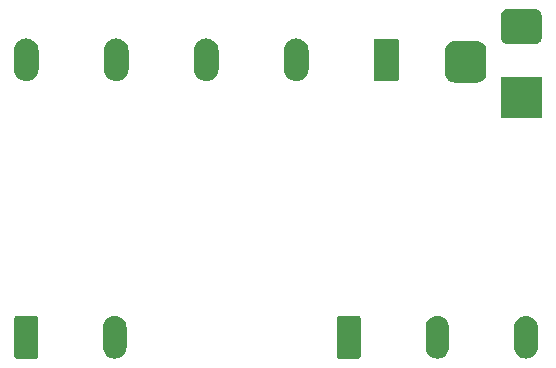
<source format=gbr>
G04 #@! TF.GenerationSoftware,KiCad,Pcbnew,(5.0.2)-1*
G04 #@! TF.CreationDate,2019-04-22T21:15:54+05:30*
G04 #@! TF.ProjectId,parking_sense_1,7061726b-696e-4675-9f73-656e73655f31,rev?*
G04 #@! TF.SameCoordinates,Original*
G04 #@! TF.FileFunction,Soldermask,Bot*
G04 #@! TF.FilePolarity,Negative*
%FSLAX46Y46*%
G04 Gerber Fmt 4.6, Leading zero omitted, Abs format (unit mm)*
G04 Created by KiCad (PCBNEW (5.0.2)-1) date 04/22/19 21:15:54*
%MOMM*%
%LPD*%
G01*
G04 APERTURE LIST*
%ADD10C,0.100000*%
G04 APERTURE END LIST*
D10*
G36*
X74371029Y-61079469D02*
X74371032Y-61079470D01*
X74371033Y-61079470D01*
X74559534Y-61136651D01*
X74559536Y-61136652D01*
X74559539Y-61136653D01*
X74733258Y-61229507D01*
X74885528Y-61354472D01*
X75010491Y-61506740D01*
X75103348Y-61680463D01*
X75160531Y-61868970D01*
X75175000Y-62015876D01*
X75175000Y-63714124D01*
X75160531Y-63861030D01*
X75160530Y-63861033D01*
X75160530Y-63861034D01*
X75103350Y-64049533D01*
X75103348Y-64049537D01*
X75010491Y-64223260D01*
X74885528Y-64375528D01*
X74733260Y-64500491D01*
X74660998Y-64539116D01*
X74559535Y-64593349D01*
X74371034Y-64650530D01*
X74371033Y-64650530D01*
X74371030Y-64650531D01*
X74175000Y-64669838D01*
X73978971Y-64650531D01*
X73978968Y-64650530D01*
X73978967Y-64650530D01*
X73790466Y-64593349D01*
X73689003Y-64539116D01*
X73616741Y-64500491D01*
X73464473Y-64375528D01*
X73339510Y-64223260D01*
X73246651Y-64049533D01*
X73189469Y-63861035D01*
X73175000Y-63714124D01*
X73175000Y-62015877D01*
X73189469Y-61868971D01*
X73189470Y-61868967D01*
X73246651Y-61680466D01*
X73246652Y-61680464D01*
X73246653Y-61680461D01*
X73339507Y-61506742D01*
X73464472Y-61354472D01*
X73616740Y-61229509D01*
X73790463Y-61136652D01*
X73790465Y-61136651D01*
X73978966Y-61079470D01*
X73978967Y-61079470D01*
X73978970Y-61079469D01*
X74175000Y-61060162D01*
X74371029Y-61079469D01*
X74371029Y-61079469D01*
G37*
G36*
X47066029Y-61079469D02*
X47066032Y-61079470D01*
X47066033Y-61079470D01*
X47254534Y-61136651D01*
X47254536Y-61136652D01*
X47254539Y-61136653D01*
X47428258Y-61229507D01*
X47580528Y-61354472D01*
X47705491Y-61506740D01*
X47798348Y-61680463D01*
X47855531Y-61868970D01*
X47870000Y-62015876D01*
X47870000Y-63714124D01*
X47855531Y-63861030D01*
X47855530Y-63861033D01*
X47855530Y-63861034D01*
X47798350Y-64049533D01*
X47798348Y-64049537D01*
X47705491Y-64223260D01*
X47580528Y-64375528D01*
X47428260Y-64500491D01*
X47355998Y-64539116D01*
X47254535Y-64593349D01*
X47066034Y-64650530D01*
X47066033Y-64650530D01*
X47066030Y-64650531D01*
X46870000Y-64669838D01*
X46673971Y-64650531D01*
X46673968Y-64650530D01*
X46673967Y-64650530D01*
X46485466Y-64593349D01*
X46384003Y-64539116D01*
X46311741Y-64500491D01*
X46159473Y-64375528D01*
X46034510Y-64223260D01*
X45941651Y-64049533D01*
X45884469Y-63861035D01*
X45870000Y-63714124D01*
X45870000Y-62015877D01*
X45884469Y-61868971D01*
X45884470Y-61868967D01*
X45941651Y-61680466D01*
X45941652Y-61680464D01*
X45941653Y-61680461D01*
X46034507Y-61506742D01*
X46159472Y-61354472D01*
X46311740Y-61229509D01*
X46485463Y-61136652D01*
X46485465Y-61136651D01*
X46673966Y-61079470D01*
X46673967Y-61079470D01*
X46673970Y-61079469D01*
X46870000Y-61060162D01*
X47066029Y-61079469D01*
X47066029Y-61079469D01*
G37*
G36*
X81871029Y-61079469D02*
X81871032Y-61079470D01*
X81871033Y-61079470D01*
X82059534Y-61136651D01*
X82059536Y-61136652D01*
X82059539Y-61136653D01*
X82233258Y-61229507D01*
X82385528Y-61354472D01*
X82510491Y-61506740D01*
X82603348Y-61680463D01*
X82660531Y-61868970D01*
X82675000Y-62015876D01*
X82675000Y-63714124D01*
X82660531Y-63861030D01*
X82660530Y-63861033D01*
X82660530Y-63861034D01*
X82603350Y-64049533D01*
X82603348Y-64049537D01*
X82510491Y-64223260D01*
X82385528Y-64375528D01*
X82233260Y-64500491D01*
X82160998Y-64539116D01*
X82059535Y-64593349D01*
X81871034Y-64650530D01*
X81871033Y-64650530D01*
X81871030Y-64650531D01*
X81675000Y-64669838D01*
X81478971Y-64650531D01*
X81478968Y-64650530D01*
X81478967Y-64650530D01*
X81290466Y-64593349D01*
X81189003Y-64539116D01*
X81116741Y-64500491D01*
X80964473Y-64375528D01*
X80839510Y-64223260D01*
X80746651Y-64049533D01*
X80689469Y-63861035D01*
X80675000Y-63714124D01*
X80675000Y-62015877D01*
X80689469Y-61868971D01*
X80689470Y-61868967D01*
X80746651Y-61680466D01*
X80746652Y-61680464D01*
X80746653Y-61680461D01*
X80839507Y-61506742D01*
X80964472Y-61354472D01*
X81116740Y-61229509D01*
X81290463Y-61136652D01*
X81290465Y-61136651D01*
X81478966Y-61079470D01*
X81478967Y-61079470D01*
X81478970Y-61079469D01*
X81675000Y-61060162D01*
X81871029Y-61079469D01*
X81871029Y-61079469D01*
G37*
G36*
X40244116Y-61068595D02*
X40273313Y-61077452D01*
X40300218Y-61091833D01*
X40323808Y-61111192D01*
X40343167Y-61134782D01*
X40357548Y-61161687D01*
X40366405Y-61190884D01*
X40370000Y-61227390D01*
X40370000Y-64502610D01*
X40366405Y-64539116D01*
X40357548Y-64568313D01*
X40343167Y-64595218D01*
X40323808Y-64618808D01*
X40300218Y-64638167D01*
X40273313Y-64652548D01*
X40244116Y-64661405D01*
X40207610Y-64665000D01*
X38532390Y-64665000D01*
X38495884Y-64661405D01*
X38466687Y-64652548D01*
X38439782Y-64638167D01*
X38416192Y-64618808D01*
X38396833Y-64595218D01*
X38382452Y-64568313D01*
X38373595Y-64539116D01*
X38370000Y-64502610D01*
X38370000Y-61227390D01*
X38373595Y-61190884D01*
X38382452Y-61161687D01*
X38396833Y-61134782D01*
X38416192Y-61111192D01*
X38439782Y-61091833D01*
X38466687Y-61077452D01*
X38495884Y-61068595D01*
X38532390Y-61065000D01*
X40207610Y-61065000D01*
X40244116Y-61068595D01*
X40244116Y-61068595D01*
G37*
G36*
X67549116Y-61068595D02*
X67578313Y-61077452D01*
X67605218Y-61091833D01*
X67628808Y-61111192D01*
X67648167Y-61134782D01*
X67662548Y-61161687D01*
X67671405Y-61190884D01*
X67675000Y-61227390D01*
X67675000Y-64502610D01*
X67671405Y-64539116D01*
X67662548Y-64568313D01*
X67648167Y-64595218D01*
X67628808Y-64618808D01*
X67605218Y-64638167D01*
X67578313Y-64652548D01*
X67549116Y-64661405D01*
X67512610Y-64665000D01*
X65837390Y-64665000D01*
X65800884Y-64661405D01*
X65771687Y-64652548D01*
X65744782Y-64638167D01*
X65721192Y-64618808D01*
X65701833Y-64595218D01*
X65687452Y-64568313D01*
X65678595Y-64539116D01*
X65675000Y-64502610D01*
X65675000Y-61227390D01*
X65678595Y-61190884D01*
X65687452Y-61161687D01*
X65701833Y-61134782D01*
X65721192Y-61111192D01*
X65744782Y-61091833D01*
X65771687Y-61077452D01*
X65800884Y-61068595D01*
X65837390Y-61065000D01*
X67512610Y-61065000D01*
X67549116Y-61068595D01*
X67549116Y-61068595D01*
G37*
G36*
X83030000Y-44295000D02*
X79530000Y-44295000D01*
X79530000Y-40795000D01*
X83030000Y-40795000D01*
X83030000Y-44295000D01*
X83030000Y-44295000D01*
G37*
G36*
X77675891Y-37811205D02*
X77828200Y-37857407D01*
X77968567Y-37932435D01*
X78091597Y-38033403D01*
X78192565Y-38156433D01*
X78267593Y-38296800D01*
X78313795Y-38449109D01*
X78330000Y-38613640D01*
X78330000Y-40476360D01*
X78313795Y-40640891D01*
X78267593Y-40793200D01*
X78192565Y-40933567D01*
X78091597Y-41056597D01*
X77968567Y-41157565D01*
X77828200Y-41232593D01*
X77675891Y-41278795D01*
X77511360Y-41295000D01*
X75648640Y-41295000D01*
X75484109Y-41278795D01*
X75331800Y-41232593D01*
X75191433Y-41157565D01*
X75068403Y-41056597D01*
X74967435Y-40933567D01*
X74892407Y-40793200D01*
X74846205Y-40640891D01*
X74830000Y-40476360D01*
X74830000Y-38613640D01*
X74846205Y-38449109D01*
X74892407Y-38296800D01*
X74967435Y-38156433D01*
X75068403Y-38033403D01*
X75191433Y-37932435D01*
X75331800Y-37857407D01*
X75484109Y-37811205D01*
X75648640Y-37795000D01*
X77511360Y-37795000D01*
X77675891Y-37811205D01*
X77675891Y-37811205D01*
G37*
G36*
X62435836Y-37585193D02*
X62536589Y-37615756D01*
X62633763Y-37645233D01*
X62816172Y-37742733D01*
X62976054Y-37873946D01*
X63107267Y-38033828D01*
X63204767Y-38216237D01*
X63204767Y-38216238D01*
X63264807Y-38414164D01*
X63280000Y-38568422D01*
X63280000Y-40171578D01*
X63264807Y-40325836D01*
X63236243Y-40420000D01*
X63204767Y-40523763D01*
X63107267Y-40706172D01*
X63067319Y-40754848D01*
X62976054Y-40866054D01*
X62816171Y-40997267D01*
X62705172Y-41056597D01*
X62633762Y-41094767D01*
X62613593Y-41100885D01*
X62435835Y-41154807D01*
X62230000Y-41175080D01*
X62024164Y-41154807D01*
X61846406Y-41100885D01*
X61826237Y-41094767D01*
X61643828Y-40997267D01*
X61483946Y-40866054D01*
X61352733Y-40706171D01*
X61255234Y-40523763D01*
X61255233Y-40523762D01*
X61223758Y-40420000D01*
X61195193Y-40325835D01*
X61180000Y-40171577D01*
X61180000Y-38568420D01*
X61195193Y-38414168D01*
X61255235Y-38216236D01*
X61352734Y-38033828D01*
X61483947Y-37873946D01*
X61643829Y-37742733D01*
X61826238Y-37645233D01*
X61923412Y-37615756D01*
X62024165Y-37585193D01*
X62230000Y-37564920D01*
X62435836Y-37585193D01*
X62435836Y-37585193D01*
G37*
G36*
X54815836Y-37585193D02*
X54916589Y-37615756D01*
X55013763Y-37645233D01*
X55196172Y-37742733D01*
X55356054Y-37873946D01*
X55487267Y-38033828D01*
X55584767Y-38216237D01*
X55584767Y-38216238D01*
X55644807Y-38414164D01*
X55660000Y-38568422D01*
X55660000Y-40171578D01*
X55644807Y-40325836D01*
X55616243Y-40420000D01*
X55584767Y-40523763D01*
X55487267Y-40706172D01*
X55447319Y-40754848D01*
X55356054Y-40866054D01*
X55196171Y-40997267D01*
X55085172Y-41056597D01*
X55013762Y-41094767D01*
X54993593Y-41100885D01*
X54815835Y-41154807D01*
X54610000Y-41175080D01*
X54404164Y-41154807D01*
X54226406Y-41100885D01*
X54206237Y-41094767D01*
X54023828Y-40997267D01*
X53863946Y-40866054D01*
X53732733Y-40706171D01*
X53635234Y-40523763D01*
X53635233Y-40523762D01*
X53603758Y-40420000D01*
X53575193Y-40325835D01*
X53560000Y-40171577D01*
X53560000Y-38568420D01*
X53575193Y-38414168D01*
X53635235Y-38216236D01*
X53732734Y-38033828D01*
X53863947Y-37873946D01*
X54023829Y-37742733D01*
X54206238Y-37645233D01*
X54303412Y-37615756D01*
X54404165Y-37585193D01*
X54610000Y-37564920D01*
X54815836Y-37585193D01*
X54815836Y-37585193D01*
G37*
G36*
X47195836Y-37585193D02*
X47296589Y-37615756D01*
X47393763Y-37645233D01*
X47576172Y-37742733D01*
X47736054Y-37873946D01*
X47867267Y-38033828D01*
X47964767Y-38216237D01*
X47964767Y-38216238D01*
X48024807Y-38414164D01*
X48040000Y-38568422D01*
X48040000Y-40171578D01*
X48024807Y-40325836D01*
X47996243Y-40420000D01*
X47964767Y-40523763D01*
X47867267Y-40706172D01*
X47827319Y-40754848D01*
X47736054Y-40866054D01*
X47576171Y-40997267D01*
X47465172Y-41056597D01*
X47393762Y-41094767D01*
X47373593Y-41100885D01*
X47195835Y-41154807D01*
X46990000Y-41175080D01*
X46784164Y-41154807D01*
X46606406Y-41100885D01*
X46586237Y-41094767D01*
X46403828Y-40997267D01*
X46243946Y-40866054D01*
X46112733Y-40706171D01*
X46015234Y-40523763D01*
X46015233Y-40523762D01*
X45983758Y-40420000D01*
X45955193Y-40325835D01*
X45940000Y-40171577D01*
X45940000Y-38568420D01*
X45955193Y-38414168D01*
X46015235Y-38216236D01*
X46112734Y-38033828D01*
X46243947Y-37873946D01*
X46403829Y-37742733D01*
X46586238Y-37645233D01*
X46683412Y-37615756D01*
X46784165Y-37585193D01*
X46990000Y-37564920D01*
X47195836Y-37585193D01*
X47195836Y-37585193D01*
G37*
G36*
X39575836Y-37585193D02*
X39676589Y-37615756D01*
X39773763Y-37645233D01*
X39956172Y-37742733D01*
X40116054Y-37873946D01*
X40247267Y-38033828D01*
X40344767Y-38216237D01*
X40344767Y-38216238D01*
X40404807Y-38414164D01*
X40420000Y-38568422D01*
X40420000Y-40171578D01*
X40404807Y-40325836D01*
X40376243Y-40420000D01*
X40344767Y-40523763D01*
X40247267Y-40706172D01*
X40207319Y-40754848D01*
X40116054Y-40866054D01*
X39956171Y-40997267D01*
X39845172Y-41056597D01*
X39773762Y-41094767D01*
X39753593Y-41100885D01*
X39575835Y-41154807D01*
X39370000Y-41175080D01*
X39164164Y-41154807D01*
X38986406Y-41100885D01*
X38966237Y-41094767D01*
X38783828Y-40997267D01*
X38623946Y-40866054D01*
X38492733Y-40706171D01*
X38395234Y-40523763D01*
X38395233Y-40523762D01*
X38363758Y-40420000D01*
X38335193Y-40325835D01*
X38320000Y-40171577D01*
X38320000Y-38568420D01*
X38335193Y-38414168D01*
X38395235Y-38216236D01*
X38492734Y-38033828D01*
X38623947Y-37873946D01*
X38783829Y-37742733D01*
X38966238Y-37645233D01*
X39063412Y-37615756D01*
X39164165Y-37585193D01*
X39370000Y-37564920D01*
X39575836Y-37585193D01*
X39575836Y-37585193D01*
G37*
G36*
X70775309Y-37573567D02*
X70804234Y-37582341D01*
X70830885Y-37596586D01*
X70854244Y-37615756D01*
X70873414Y-37639115D01*
X70887659Y-37665766D01*
X70896433Y-37694691D01*
X70900000Y-37730903D01*
X70900000Y-41009097D01*
X70896433Y-41045309D01*
X70887659Y-41074234D01*
X70873414Y-41100885D01*
X70854244Y-41124244D01*
X70830885Y-41143414D01*
X70804234Y-41157659D01*
X70775309Y-41166433D01*
X70739097Y-41170000D01*
X68960903Y-41170000D01*
X68924691Y-41166433D01*
X68895766Y-41157659D01*
X68869115Y-41143414D01*
X68845756Y-41124244D01*
X68826586Y-41100885D01*
X68812341Y-41074234D01*
X68803567Y-41045309D01*
X68800000Y-41009097D01*
X68800000Y-37730903D01*
X68803567Y-37694691D01*
X68812341Y-37665766D01*
X68826586Y-37639115D01*
X68845756Y-37615756D01*
X68869115Y-37596586D01*
X68895766Y-37582341D01*
X68924691Y-37573567D01*
X68960903Y-37570000D01*
X70739097Y-37570000D01*
X70775309Y-37573567D01*
X70775309Y-37573567D01*
G37*
G36*
X82476508Y-35058803D02*
X82605363Y-35097891D01*
X82724119Y-35161367D01*
X82828208Y-35246792D01*
X82913633Y-35350881D01*
X82977109Y-35469637D01*
X83016197Y-35598492D01*
X83030000Y-35738640D01*
X83030000Y-37351360D01*
X83016197Y-37491508D01*
X82977109Y-37620363D01*
X82913633Y-37739119D01*
X82828208Y-37843208D01*
X82724119Y-37928633D01*
X82605363Y-37992109D01*
X82476508Y-38031197D01*
X82336360Y-38045000D01*
X80223640Y-38045000D01*
X80083492Y-38031197D01*
X79954637Y-37992109D01*
X79835881Y-37928633D01*
X79731792Y-37843208D01*
X79646367Y-37739119D01*
X79582891Y-37620363D01*
X79543803Y-37491508D01*
X79530000Y-37351360D01*
X79530000Y-35738640D01*
X79543803Y-35598492D01*
X79582891Y-35469637D01*
X79646367Y-35350881D01*
X79731792Y-35246792D01*
X79835881Y-35161367D01*
X79954637Y-35097891D01*
X80083492Y-35058803D01*
X80223640Y-35045000D01*
X82336360Y-35045000D01*
X82476508Y-35058803D01*
X82476508Y-35058803D01*
G37*
M02*

</source>
